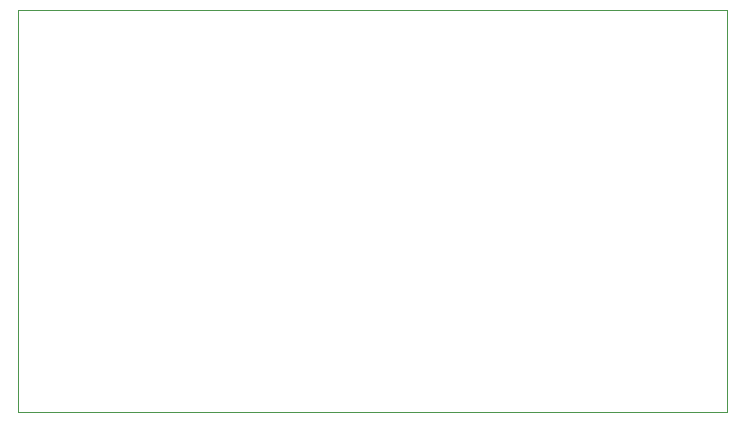
<source format=gm1>
%TF.GenerationSoftware,KiCad,Pcbnew,8.0.4*%
%TF.CreationDate,2024-08-22T06:11:57+01:00*%
%TF.ProjectId,PicoChainReference,5069636f-4368-4616-996e-526566657265,rev?*%
%TF.SameCoordinates,Original*%
%TF.FileFunction,Profile,NP*%
%FSLAX46Y46*%
G04 Gerber Fmt 4.6, Leading zero omitted, Abs format (unit mm)*
G04 Created by KiCad (PCBNEW 8.0.4) date 2024-08-22 06:11:57*
%MOMM*%
%LPD*%
G01*
G04 APERTURE LIST*
%TA.AperFunction,Profile*%
%ADD10C,0.025400*%
%TD*%
G04 APERTURE END LIST*
D10*
X160000000Y-100000000D02*
X100000000Y-100000000D01*
X100000000Y-66000000D02*
X160000000Y-66000000D01*
X100000000Y-100000000D02*
X100000000Y-66000000D01*
X160000000Y-66000000D02*
X160000000Y-100000000D01*
M02*

</source>
